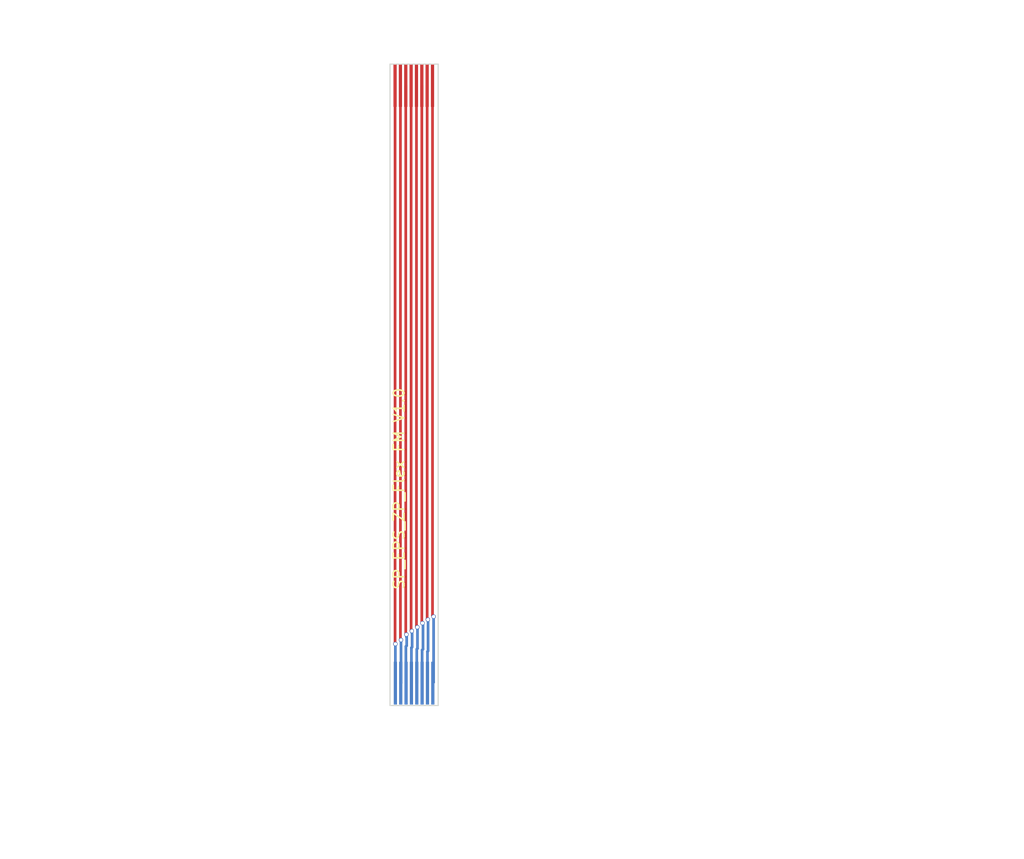
<source format=kicad_pcb>
(kicad_pcb (version 20240108) (generator "pcbnew") (generator_version "8.0")
  (layers (0 "F.Cu" signal) (31 "B.Cu" signal) (34 "B.Paste" user) (35 "F.Paste" user) (36 "B.SilkS" user "B.Silkscreen") (37 "F.SilkS" user "F.Silkscreen") (38 "B.Mask" user) (39 "F.Mask" user) (44 "Edge.Cuts" user))
  (net 0 "")
  (net 1 "8")
  (net 2 "7")
  (net 3 "6")
  (net 4 "5")
  (net 5 "4")
  (net 6 "3")
  (net 7 "2")
  (net 8 "1")
  (footprint "STS_connector:flexpcb con." (layer "F.Cu") (at 119.9718 54)
    (property "Reference" "J1" (hide yes))
    (property "Value" "Conn_01x08_Male")
    (pad "1" smd rect (at 0.5 -2) (size 0.3 4) (layers "F.Cu" "F.Paste" "F.Mask") (net 1 "8"))
    (pad "2" smd rect (at 1 -2) (size 0.3 4) (layers "F.Cu" "F.Paste" "F.Mask") (net 2 "7"))
    (pad "3" smd rect (at 1.5 -2) (size 0.3 4) (layers "F.Cu" "F.Paste" "F.Mask") (net 3 "6"))
    (pad "4" smd rect (at 2 -2) (size 0.3 4) (layers "F.Cu" "F.Paste" "F.Mask") (net 4 "5"))
    (pad "5" smd rect (at 2.5 -2) (size 0.3 4) (layers "F.Cu" "F.Paste" "F.Mask") (net 5 "4"))
    (pad "6" smd rect (at 3 -2) (size 0.3 4) (layers "F.Cu" "F.Paste" "F.Mask") (net 6 "3"))
    (pad "7" smd rect (at 3.5 -2) (size 0.3 4) (layers "F.Cu" "F.Paste" "F.Mask") (net 7 "2"))
    (pad "8" smd rect (at 4 -2) (size 0.3 4) (layers "F.Cu" "F.Paste" "F.Mask") (net 8 "1"))
  )
  (footprint "STS_connector:flexpcb con." (layer "B.Cu") (at 124.5006 109.905 180)
    (property "Reference" "J2" (hide yes))
    (property "Value" "Conn_01x08_Male")
    (pad "1" smd rect (at 0.5 2 180) (size 0.3 4) (layers "B.Cu" "B.Paste" "B.Mask") (net 8 "1"))
    (pad "2" smd rect (at 1 2 180) (size 0.3 4) (layers "B.Cu" "B.Paste" "B.Mask") (net 7 "2"))
    (pad "3" smd rect (at 1.5 2 180) (size 0.3 4) (layers "B.Cu" "B.Paste" "B.Mask") (net 6 "3"))
    (pad "4" smd rect (at 2 2 180) (size 0.3 4) (layers "B.Cu" "B.Paste" "B.Mask") (net 5 "4"))
    (pad "5" smd rect (at 2.5 2 180) (size 0.3 4) (layers "B.Cu" "B.Paste" "B.Mask") (net 4 "5"))
    (pad "6" smd rect (at 3 2 180) (size 0.3 4) (layers "B.Cu" "B.Paste" "B.Mask") (net 3 "6"))
    (pad "7" smd rect (at 3.5 2 180) (size 0.3 4) (layers "B.Cu" "B.Paste" "B.Mask") (net 2 "7"))
    (pad "8" smd rect (at 4 2 180) (size 0.3 4) (layers "B.Cu" "B.Paste" "B.Mask") (net 1 "8"))
  )
  (gr_line (start 120 110) (end 124.5 110) (stroke (width 0.1)) (layer "Edge.Cuts"))
  (gr_line (start 120 50) (end 120 110) (stroke (width 0.1)) (layer "Edge.Cuts"))
  (gr_line (start 120 50) (end 124.5 50) (stroke (width 0.1)) (layer "Edge.Cuts"))
  (gr_line (start 124.5 50) (end 124.5 110) (stroke (width 0.1)) (layer "Edge.Cuts"))
  (gr_text "SP_EPS_ZP_Flex FM V1.0" (at 121.4318 99.2436 90) (layer "F.SilkS") (effects (font (size 1 1)) (justify left bottom)))
  (segment (start 120.5 104.2394) (end 120.4718 104.2112) (width 0.25) (layer "F.Cu") (net 1))
  (segment (start 120.4718 104.2112) (end 120.4718 52) (width 0.25) (layer "F.Cu") (net 1))
  (via (at 120.5 104.2394) (size 0.4) (drill 0.3) (layers "F.Cu" "B.Cu") (net 1))
  (segment (start 120.5 104.2394) (end 120.5 107.9) (width 0.25) (layer "B.Cu") (net 1))
  (segment (start 120.9718 52) (end 120.9718 103.8128) (width 0.25) (layer "F.Cu") (net 2))
  (segment (start 120.9718 103.8128) (end 121.0254 103.8664) (width 0.25) (layer "F.Cu") (net 2))
  (segment (start 121 103.841) (end 121.0254 103.8664) (width 0.25) (layer "F.Cu") (net 2))
  (via (at 121.0254 103.8664) (size 0.4) (drill 0.3) (layers "F.Cu" "B.Cu") (net 2))
  (segment (start 121.0254 107.8802) (end 121.0006 107.905) (width 0.25) (layer "B.Cu") (net 2))
  (segment (start 121.0254 103.8664) (end 121.0254 107.8802) (width 0.25) (layer "B.Cu") (net 2))
  (segment (start 121.4718 52) (end 121.4718 103.2968) (width 0.25) (layer "F.Cu") (net 3))
  (segment (start 121.5 103.325) (end 121.5334 103.3584) (width 0.25) (layer "F.Cu") (net 3))
  (segment (start 121.4718 103.2968) (end 121.5334 103.3584) (width 0.25) (layer "F.Cu") (net 3))
  (via (at 121.5334 103.3584) (size 0.4) (drill 0.3) (layers "F.Cu" "B.Cu") (net 3))
  (segment (start 121.4826 104.476) (end 121.4826 107.8826) (width 0.25) (layer "B.Cu") (net 3))
  (segment (start 121.5588 103.587) (end 121.5588 104.3998) (width 0.25) (layer "B.Cu") (net 3))
  (segment (start 121.5334 103.5616) (end 121.5588 103.587) (width 0.25) (layer "B.Cu") (net 3))
  (segment (start 121.4826 107.8826) (end 121.5 107.9) (width 0.25) (layer "B.Cu") (net 3))
  (segment (start 121.5588 104.3998) (end 121.4826 104.476) (width 0.25) (layer "B.Cu") (net 3))
  (segment (start 121.5334 103.3584) (end 121.5334 103.5616) (width 0.25) (layer "B.Cu") (net 3))
  (segment (start 121.9718 102.9586) (end 122.0414 103.0282) (width 0.25) (layer "F.Cu") (net 4))
  (segment (start 121.9718 52) (end 121.9718 102.9586) (width 0.25) (layer "F.Cu") (net 4))
  (via (at 122.0414 103.0282) (size 0.4) (drill 0.3) (layers "F.Cu" "B.Cu") (net 4))
  (segment (start 122 107.9) (end 122 104.5936) (width 0.25) (layer "B.Cu") (net 4))
  (segment (start 122.0414 103.206) (end 122.0414 103.0282) (width 0.25) (layer "B.Cu") (net 4))
  (segment (start 122.0668 104.5268) (end 122.0668 103.2822) (width 0.25) (layer "B.Cu") (net 4))
  (segment (start 122 104.5936) (end 122.0668 104.5268) (width 0.25) (layer "B.Cu") (net 4))
  (segment (start 122.4718 52) (end 122.4718 102.595) (width 0.25) (layer "F.Cu") (net 5))
  (segment (start 122.5 102.5442) (end 122.4986 102.5456) (width 0.25) (layer "F.Cu") (net 5))
  (segment (start 122.4718 102.595) (end 122.5494 102.6726) (width 0.25) (layer "F.Cu") (net 5))
  (segment (start 122.4986 102.6218) (end 122.5494 102.6726) (width 0.25) (layer "F.Cu") (net 5))
  (segment (start 122.4986 102.5456) (end 122.4986 102.6218) (width 0.25) (layer "F.Cu") (net 5))
  (via (at 122.5494 102.6726) (size 0.4) (drill 0.3) (layers "F.Cu" "B.Cu") (net 5))
  (segment (start 122.5664 104.663596) (end 122.5006 104.729396) (width 0.25) (layer "B.Cu") (net 5))
  (segment (start 122.5006 104.729396) (end 122.5006 107.905) (width 0.25) (layer "B.Cu") (net 5))
  (segment (start 122.5494 102.6726) (end 122.5664 102.6896) (width 0.25) (layer "B.Cu") (net 5))
  (segment (start 122.5664 102.6896) (end 122.5664 104.663596) (width 0.25) (layer "B.Cu") (net 5))
  (segment (start 122.9718 52) (end 122.9718 102.2314) (width 0.25) (layer "F.Cu") (net 6))
  (segment (start 123 102.2596) (end 123.032 102.2916) (width 0.25) (layer "F.Cu") (net 6))
  (segment (start 122.9718 102.2314) (end 123.032 102.2916) (width 0.25) (layer "F.Cu") (net 6))
  (via (at 123.032 102.2916) (size 0.4) (drill 0.3) (layers "F.Cu" "B.Cu") (net 6))
  (segment (start 123 104.8128) (end 123.0828 104.73) (width 0.25) (layer "B.Cu") (net 6))
  (segment (start 123.0828 102.3424) (end 123.032 102.2916) (width 0.25) (layer "B.Cu") (net 6))
  (segment (start 123.0828 104.73) (end 123.0828 102.3424) (width 0.25) (layer "B.Cu") (net 6))
  (segment (start 123 107.9) (end 123 104.8128) (width 0.25) (layer "B.Cu") (net 6))
  (segment (start 123.4718 101.8932) (end 123.54 101.9614) (width 0.25) (layer "F.Cu") (net 7))
  (segment (start 123.5 101.9214) (end 123.54 101.9614) (width 0.25) (layer "F.Cu") (net 7))
  (segment (start 123.4718 52) (end 123.4718 101.8932) (width 0.25) (layer "F.Cu") (net 7))
  (via (at 123.54 101.9614) (size 0.4) (drill 0.3) (layers "F.Cu" "B.Cu") (net 7))
  (segment (start 123.557 101.9784) (end 123.54 101.9614) (width 0.25) (layer "B.Cu") (net 7))
  (segment (start 123.557 104.892196) (end 123.557 101.9784) (width 0.25) (layer "B.Cu") (net 7))
  (segment (start 123.5006 104.948596) (end 123.557 104.892196) (width 0.25) (layer "B.Cu") (net 7))
  (segment (start 123.5006 107.905) (end 123.5006 104.948596) (width 0.25) (layer "B.Cu") (net 7))
  (segment (start 123.5654 101.9868) (end 123.54 101.9614) (width 0.25) (layer "B.Cu") (net 7))
  (segment (start 123.9718 101.5804) (end 124.0734 101.682) (width 0.25) (layer "F.Cu") (net 8))
  (segment (start 123.9718 52) (end 123.9718 101.5804) (width 0.25) (layer "F.Cu") (net 8))
  (via (at 124.0734 101.682) (size 0.4) (drill 0.3) (layers "F.Cu" "B.Cu") (net 8))
  (segment (start 124.0734 107.8266) (end 124 107.9) (width 0.25) (layer "B.Cu") (net 8))
  (segment (start 124.0734 101.682) (end 124.0734 107.8266) (width 0.25) (layer "B.Cu") (net 8))
)
</source>
